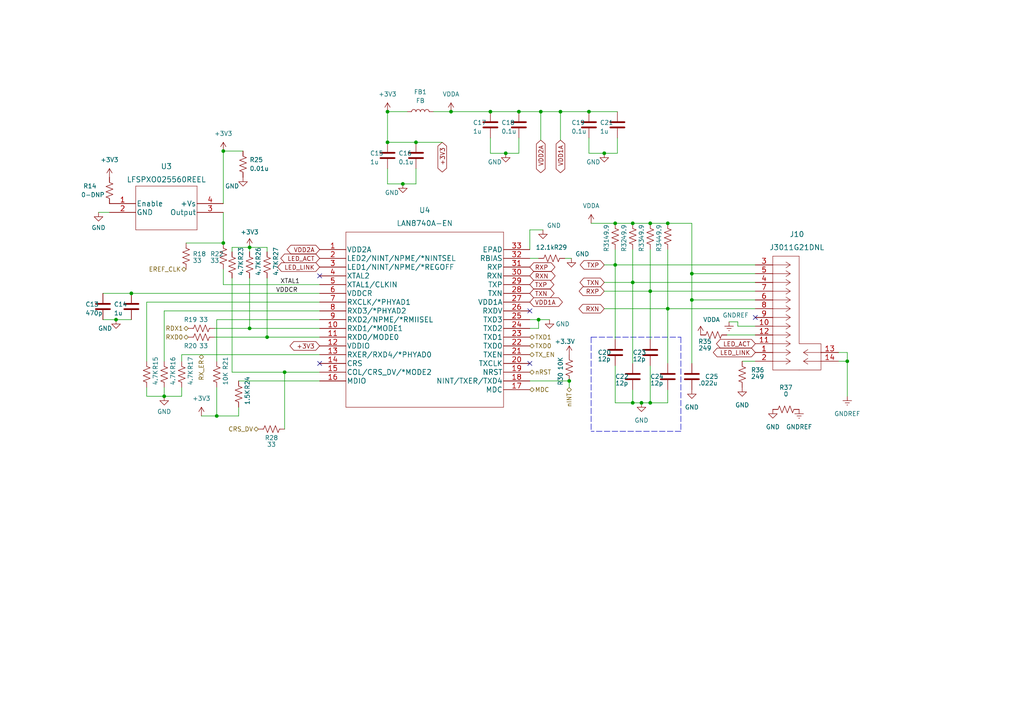
<source format=kicad_sch>
(kicad_sch (version 20211123) (generator eeschema)
  (paper "A4")
  (lib_symbols
    (symbol "2022-09-02_16-00-39:LAN8740A-EN" (pin_names (offset 0.254))
      (property "Reference" "U" (at 50.8 10.16 0))
      (property "Value" "LAN8740A-EN" (at 50.8 7.62 0))
      (symbol "LAN8740A-EN_1_1"
        (polyline (pts (xy 29.21 -45.72) (xy 74.93 -45.72)) (stroke (width 0.127)))
        (polyline (pts (xy 29.21 5.08) (xy 29.21 -45.72)) (stroke (width 0.127)))
        (polyline (pts (xy 74.93 -45.72) (xy 74.93 5.08)) (stroke (width 0.127)))
        (polyline (pts (xy 74.93 5.08) (xy 29.21 5.08)) (stroke (width 0.127)))
        (pin power_in line (at 21.59 0 0) (length 7.62) (name "VDD2A") (number "1"))
        (pin bidirectional line (at 21.59 -22.86 0) (length 7.62) (name "RXD1/*MODE1") (number "10"))
        (pin bidirectional line (at 21.59 -25.4 0) (length 7.62) (name "RXD0/MODE0") (number "11"))
        (pin power_in line (at 21.59 -27.94 0) (length 7.62) (name "VDDIO") (number "12"))
        (pin bidirectional line (at 21.59 -30.48 0) (length 7.62) (name "RXER/RXD4/*PHYAD0") (number "13"))
        (pin bidirectional line (at 21.59 -33.02 0) (length 7.62) (name "CRS") (number "14"))
        (pin bidirectional line (at 21.59 -35.56 0) (length 7.62) (name "COL/CRS_DV/*MODE2") (number "15"))
        (pin bidirectional line (at 21.59 -38.1 0) (length 7.62) (name "MDIO") (number "16"))
        (pin bidirectional line (at 82.55 -40.64 180) (length 7.62) (name "MDC") (number "17"))
        (pin bidirectional line (at 82.55 -38.1 180) (length 7.62) (name "NINT/TXER/TXD4") (number "18"))
        (pin bidirectional line (at 82.55 -35.56 180) (length 7.62) (name "NRST") (number "19"))
        (pin bidirectional line (at 21.59 -2.54 0) (length 7.62) (name "LED2/NINT/NPME/*NINTSEL") (number "2"))
        (pin bidirectional line (at 82.55 -33.02 180) (length 7.62) (name "TXCLK") (number "20"))
        (pin bidirectional line (at 82.55 -30.48 180) (length 7.62) (name "TXEN") (number "21"))
        (pin bidirectional line (at 82.55 -27.94 180) (length 7.62) (name "TXD0") (number "22"))
        (pin bidirectional line (at 82.55 -25.4 180) (length 7.62) (name "TXD1") (number "23"))
        (pin bidirectional line (at 82.55 -22.86 180) (length 7.62) (name "TXD2") (number "24"))
        (pin bidirectional line (at 82.55 -20.32 180) (length 7.62) (name "TXD3") (number "25"))
        (pin bidirectional line (at 82.55 -17.78 180) (length 7.62) (name "RXDV") (number "26"))
        (pin power_in line (at 82.55 -15.24 180) (length 7.62) (name "VDD1A") (number "27"))
        (pin bidirectional line (at 82.55 -12.7 180) (length 7.62) (name "TXN") (number "28"))
        (pin bidirectional line (at 82.55 -10.16 180) (length 7.62) (name "TXP") (number "29"))
        (pin bidirectional line (at 21.59 -5.08 0) (length 7.62) (name "LED1/NINT/NPME/*REGOFF") (number "3"))
        (pin bidirectional line (at 82.55 -7.62 180) (length 7.62) (name "RXN") (number "30"))
        (pin bidirectional line (at 82.55 -5.08 180) (length 7.62) (name "RXP") (number "31"))
        (pin bidirectional line (at 82.55 -2.54 180) (length 7.62) (name "RBIAS") (number "32"))
        (pin unspecified line (at 82.55 0 180) (length 7.62) (name "EPAD") (number "33"))
        (pin bidirectional line (at 21.59 -7.62 0) (length 7.62) (name "XTAL2") (number "4"))
        (pin bidirectional line (at 21.59 -10.16 0) (length 7.62) (name "XTAL1/CLKIN") (number "5"))
        (pin power_in line (at 21.59 -12.7 0) (length 7.62) (name "VDDCR") (number "6"))
        (pin bidirectional line (at 21.59 -15.24 0) (length 7.62) (name "RXCLK/*PHYAD1") (number "7"))
        (pin bidirectional line (at 21.59 -17.78 0) (length 7.62) (name "RXD3/*PHYAD2") (number "8"))
        (pin bidirectional line (at 21.59 -20.32 0) (length 7.62) (name "RXD2/NPME/*RMIISEL") (number "9"))
      )
    )
    (symbol "2022-09-02_16-35-08:LFSPXO025560REEL" (pin_names (offset 0.254))
      (property "Reference" "U" (at 25.4 10.16 0))
      (property "Value" "LFSPXO025560REEL" (at 25.4 7.62 0))
      (symbol "LFSPXO025560REEL_1_1"
        (polyline (pts (xy 15.24 -7.62) (xy 33.02 -7.62)) (stroke (width 0.127)))
        (polyline (pts (xy 15.24 5.08) (xy 15.24 -7.62)) (stroke (width 0.127)))
        (polyline (pts (xy 33.02 -7.62) (xy 33.02 5.08)) (stroke (width 0.127)))
        (polyline (pts (xy 33.02 5.08) (xy 15.24 5.08)) (stroke (width 0.127)))
        (pin input line (at 7.62 0 0) (length 7.62) (name "Enable") (number "1"))
        (pin power_in line (at 7.62 -2.54 0) (length 7.62) (name "GND") (number "2"))
        (pin output line (at 40.64 -2.54 180) (length 7.62) (name "Output") (number "3"))
        (pin power_in line (at 40.64 0 180) (length 7.62) (name "+Vs") (number "4"))
      )
    )
    (symbol "Device:C" (pin_numbers hide) (pin_names (offset 0.254))
      (property "Reference" "C" (at 0.635 2.54 0))
      (property "Value" "C" (at 0.635 -2.54 0))
      (symbol "C_0_1"
        (polyline (pts (xy -2.032 -0.762) (xy 2.032 -0.762)) (stroke (width 0.508)))
        (polyline (pts (xy -2.032 0.762) (xy 2.032 0.762)) (stroke (width 0.508)))
      )
      (symbol "C_1_1"
        (pin passive line (at 0 3.81 270) (length 2.794) (name "~") (number "1"))
        (pin passive line (at 0 -3.81 90) (length 2.794) (name "~") (number "2"))
      )
    )
    (symbol "Device:L" (pin_numbers hide) (pin_names (offset 1.016) hide)
      (property "Reference" "L" (at -1.27 0 90))
      (property "Value" "L" (at 1.905 0 90))
      (symbol "L_0_1"
        (arc (start 0 -2.54) (mid 0.635 -1.905) (end 0 -1.27))
        (arc (start 0 -1.27) (mid 0.635 -0.635) (end 0 0))
        (arc (start 0 0) (mid 0.635 0.635) (end 0 1.27))
        (arc (start 0 1.27) (mid 0.635 1.905) (end 0 2.54))
      )
      (symbol "L_1_1"
        (pin passive line (at 0 3.81 270) (length 1.27) (name "1") (number "1"))
        (pin passive line (at 0 -3.81 90) (length 1.27) (name "2") (number "2"))
      )
    )
    (symbol "Device:R_US" (pin_numbers hide) (pin_names (offset 0))
      (property "Reference" "R" (at 2.54 0 90))
      (property "Value" "R_US" (at -2.54 0 90))
      (symbol "R_US_0_1"
        (polyline (pts (xy 0 -2.286) (xy 0 -2.54)))
        (polyline (pts (xy 0 2.286) (xy 0 2.54)))
        (polyline (pts (xy 0 -0.762) (xy 1.016 -1.143) (xy 0 -1.524) (xy -1.016 -1.905) (xy 0 -2.286)))
        (polyline (pts (xy 0 0.762) (xy 1.016 0.381) (xy 0 0) (xy -1.016 -0.381) (xy 0 -0.762)))
        (polyline (pts (xy 0 2.286) (xy 1.016 1.905) (xy 0 1.524) (xy -1.016 1.143) (xy 0 0.762)))
      )
      (symbol "R_US_1_1"
        (pin passive line (at 0 3.81 270) (length 1.27) (name "~") (number "1"))
        (pin passive line (at 0 -3.81 90) (length 1.27) (name "~") (number "2"))
      )
    )
    (symbol "J3011G21DNL_1" (pin_names (offset 0.254) hide)
      (property "Reference" "J" (at 8.89 6.35 0))
      (property "Value" "J3011G21DNL_1" (at 27.94 16.51 0))
      (symbol "J3011G21DNL_1_1_1"
        (polyline (pts (xy 5.08 2.54) (xy 5.08 -30.48)) (stroke (width 0.127)))
        (polyline (pts (xy 10.16 -27.94) (xy 5.08 -27.94)) (stroke (width 0.127)))
        (polyline (pts (xy 10.16 -27.94) (xy 8.89 -28.7782)) (stroke (width 0.127)))
        (polyline (pts (xy 10.16 -27.94) (xy 8.89 -27.1018)) (stroke (width 0.127)))
        (polyline (pts (xy 10.16 -25.4) (xy 5.08 -25.4)) (stroke (width 0.127)))
        (polyline (pts (xy 10.16 -25.4) (xy 8.89 -26.2382)) (stroke (width 0.127)))
        (polyline (pts (xy 10.16 -25.4) (xy 8.89 -24.5618)) (stroke (width 0.127)))
        (polyline (pts (xy 10.16 -22.86) (xy 5.08 -22.86)) (stroke (width 0.127)))
        (polyline (pts (xy 10.16 -22.86) (xy 8.89 -23.6982)) (stroke (width 0.127)))
        (polyline (pts (xy 10.16 -22.86) (xy 8.89 -22.0218)) (stroke (width 0.127)))
        (polyline (pts (xy 10.16 -20.32) (xy 5.08 -20.32)) (stroke (width 0.127)))
        (polyline (pts (xy 10.16 -20.32) (xy 8.89 -21.1582)) (stroke (width 0.127)))
        (polyline (pts (xy 10.16 -20.32) (xy 8.89 -19.4818)) (stroke (width 0.127)))
        (polyline (pts (xy 10.16 -17.78) (xy 5.08 -17.78)) (stroke (width 0.127)))
        (polyline (pts (xy 10.16 -17.78) (xy 8.89 -18.6182)) (stroke (width 0.127)))
        (polyline (pts (xy 10.16 -17.78) (xy 8.89 -16.9418)) (stroke (width 0.127)))
        (polyline (pts (xy 10.16 -15.24) (xy 5.08 -15.24)) (stroke (width 0.127)))
        (polyline (pts (xy 10.16 -15.24) (xy 8.89 -16.0782)) (stroke (width 0.127)))
        (polyline (pts (xy 10.16 -15.24) (xy 8.89 -14.4018)) (stroke (width 0.127)))
        (polyline (pts (xy 10.16 -12.7) (xy 5.08 -12.7)) (stroke (width 0.127)))
        (polyline (pts (xy 10.16 -12.7) (xy 8.89 -13.5382)) (stroke (width 0.127)))
        (polyline (pts (xy 10.16 -12.7) (xy 8.89 -11.8618)) (stroke (width 0.127)))
        (polyline (pts (xy 10.16 -10.16) (xy 5.08 -10.16)) (stroke (width 0.127)))
        (polyline (pts (xy 10.16 -10.16) (xy 8.89 -10.9982)) (stroke (width 0.127)))
        (polyline (pts (xy 10.16 -10.16) (xy 8.89 -9.3218)) (stroke (width 0.127)))
        (polyline (pts (xy 10.16 -7.62) (xy 5.08 -7.62)) (stroke (width 0.127)))
        (polyline (pts (xy 10.16 -7.62) (xy 8.89 -8.4582)) (stroke (width 0.127)))
        (polyline (pts (xy 10.16 -7.62) (xy 8.89 -6.7818)) (stroke (width 0.127)))
        (polyline (pts (xy 10.16 -5.08) (xy 5.08 -5.08)) (stroke (width 0.127)))
        (polyline (pts (xy 10.16 -5.08) (xy 8.89 -5.9182)) (stroke (width 0.127)))
        (polyline (pts (xy 10.16 -5.08) (xy 8.89 -4.2418)) (stroke (width 0.127)))
        (polyline (pts (xy 10.16 -2.54) (xy 5.08 -2.54)) (stroke (width 0.127)))
        (polyline (pts (xy 10.16 -2.54) (xy 8.89 -3.3782)) (stroke (width 0.127)))
        (polyline (pts (xy 10.16 -2.54) (xy 8.89 -1.7018)) (stroke (width 0.127)))
        (polyline (pts (xy 10.16 0) (xy 5.08 0)) (stroke (width 0.127)))
        (polyline (pts (xy 10.16 0) (xy 8.89 -0.8382)) (stroke (width 0.127)))
        (polyline (pts (xy 10.16 0) (xy 8.89 0.8382)) (stroke (width 0.127)))
        (polyline (pts (xy 12.7 -30.48) (xy 5.08 -30.48)) (stroke (width 0.127)))
        (polyline (pts (xy 12.7 2.54) (xy 5.08 2.54)) (stroke (width 0.127)))
        (polyline (pts (xy 13.97 -27.94) (xy 15.24 -28.7782)) (stroke (width 0.127)))
        (polyline (pts (xy 13.97 -27.94) (xy 15.24 -27.1018)) (stroke (width 0.127)))
        (polyline (pts (xy 13.97 -27.94) (xy 19.05 -27.94)) (stroke (width 0.127)))
        (polyline (pts (xy 13.97 -25.4) (xy 15.24 -26.2382)) (stroke (width 0.127)))
        (polyline (pts (xy 13.97 -25.4) (xy 15.24 -24.5618)) (stroke (width 0.127)))
        (polyline (pts (xy 13.97 -25.4) (xy 19.05 -25.4)) (stroke (width 0.127)))
        (polyline (pts (xy 12.7 -30.48) (xy 19.05 -30.48) (xy 19.05 -22.86) (xy 12.7 -22.86) (xy 12.7 2.54)) (stroke (width 0.127)))
        (pin unspecified line (at 0 -25.4 0) (length 5.08) (name "1") (number "1"))
        (pin unspecified line (at 0 -17.78 0) (length 5.08) (name "10") (number "10"))
        (pin unspecified line (at 0 -22.86 0) (length 5.08) (name "11") (number "11"))
        (pin unspecified line (at 0 -20.32 0) (length 5.08) (name "12") (number "12"))
        (pin unspecified line (at 24.13 -25.4 180) (length 5.08) (name "13") (number "13"))
        (pin unspecified line (at 24.13 -27.94 180) (length 5.08) (name "14") (number "14"))
        (pin unspecified line (at 0 -27.94 0) (length 5.08) (name "2") (number "2"))
        (pin unspecified line (at 0 0 0) (length 5.08) (name "3") (number "3"))
        (pin unspecified line (at 0 -5.08 0) (length 5.08) (name "4") (number "4"))
        (pin unspecified line (at 0 -2.54 0) (length 5.08) (name "5") (number "5"))
        (pin unspecified line (at 0 -10.16 0) (length 5.08) (name "6") (number "6"))
        (pin unspecified line (at 0 -7.62 0) (length 5.08) (name "7") (number "7"))
        (pin unspecified line (at 0 -12.7 0) (length 5.08) (name "8") (number "8"))
        (pin unspecified line (at 0 -15.24 0) (length 5.08) (name "9") (number "9"))
      )
    )
    (symbol "power:+3.3V" (power) (pin_names (offset 0))
      (property "Value" "+3.3V" (at 0 3.556 0))
      (symbol "+3.3V_0_1"
        (polyline (pts (xy -0.762 1.27) (xy 0 2.54)))
        (polyline (pts (xy 0 0) (xy 0 2.54)))
        (polyline (pts (xy 0 2.54) (xy 0.762 1.27)))
      )
      (symbol "+3.3V_1_1"
        (pin power_in line (at 0 0 90) (length 0) hide (name "+3.3V") (number "1"))
      )
    )
    (symbol "power:+3V3" (power) (pin_names (offset 0))
      (property "Value" "+3V3" (at 0 3.556 0))
      (symbol "+3V3_0_1"
        (polyline (pts (xy -0.762 1.27) (xy 0 2.54)))
        (polyline (pts (xy 0 0) (xy 0 2.54)))
        (polyline (pts (xy 0 2.54) (xy 0.762 1.27)))
      )
      (symbol "+3V3_1_1"
        (pin power_in line (at 0 0 90) (length 0) hide (name "+3V3") (number "1"))
      )
    )
    (symbol "power:GND" (power) (pin_names (offset 0))
      (property "Value" "GND" (at 0 -3.81 0))
      (symbol "GND_0_1"
        (polyline (pts (xy 0 0) (xy 0 -1.27) (xy 1.27 -1.27) (xy 0 -2.54) (xy -1.27 -1.27) (xy 0 -1.27)))
      )
      (symbol "GND_1_1"
        (pin power_in line (at 0 0 270) (length 0) hide (name "GND") (number "1"))
      )
    )
    (symbol "power:GNDREF" (power) (pin_names (offset 0))
      (property "Value" "GNDREF" (at 0 -3.81 0))
      (symbol "GNDREF_0_1"
        (polyline (pts (xy -0.635 -1.905) (xy 0.635 -1.905)))
        (polyline (pts (xy -0.127 -2.54) (xy 0.127 -2.54)))
        (polyline (pts (xy 0 -1.27) (xy 0 0)))
        (polyline (pts (xy 1.27 -1.27) (xy -1.27 -1.27)))
      )
      (symbol "GNDREF_1_1"
        (pin power_in line (at 0 0 270) (length 0) hide (name "GNDREF") (number "1"))
      )
    )
    (symbol "power:VDDA" (power) (pin_names (offset 0))
      (property "Value" "VDDA" (at 0 3.81 0))
      (symbol "VDDA_0_1"
        (polyline (pts (xy -0.762 1.27) (xy 0 2.54)))
        (polyline (pts (xy 0 0) (xy 0 2.54)))
        (polyline (pts (xy 0 2.54) (xy 0.762 1.27)))
      )
      (symbol "VDDA_1_1"
        (pin power_in line (at 0 0 90) (length 0) hide (name "VDDA") (number "1"))
      )
    )
  )
  (junction (at 112.395 41.275))
  (junction (at 175.26 44.45))
  (junction (at 62.865 120.65))
  (junction (at 72.39 95.25))
  (junction (at 178.435 64.77))
  (junction (at 142.24 32.385))
  (junction (at 64.77 70.485))
  (junction (at 188.595 116.84))
  (junction (at 82.55 107.95))
  (junction (at 64.77 43.815))
  (junction (at 112.395 32.385))
  (junction (at 183.515 116.84))
  (junction (at 146.685 44.45))
  (junction (at 116.84 53.34))
  (junction (at 178.435 76.835))
  (junction (at 162.56 32.385))
  (junction (at 130.81 32.385))
  (junction (at 170.815 32.385))
  (junction (at 72.39 71.755))
  (junction (at 156.21 92.71))
  (junction (at 47.625 114.935))
  (junction (at 156.845 32.385))
  (junction (at 183.515 64.77))
  (junction (at 183.515 81.915))
  (junction (at 193.675 89.535))
  (junction (at 165.1 110.49))
  (junction (at 38.1 85.09))
  (junction (at 188.595 64.77))
  (junction (at 33.655 92.71))
  (junction (at 120.65 41.275))
  (junction (at 186.055 116.84))
  (junction (at 188.595 84.455))
  (junction (at 193.675 64.77))
  (junction (at 200.66 86.995))
  (junction (at 200.66 79.375))
  (junction (at 150.495 32.385))
  (junction (at 77.47 97.79))
  (junction (at 245.745 104.775))
  (no_connect (at 153.67 90.17))
  (no_connect (at 153.67 105.41))
  (no_connect (at 92.71 105.41))
  (no_connect (at 219.075 92.075))
  (no_connect (at 92.71 80.01))
  (wire (pts (xy 112.395 32.385) (xy 118.11 32.385)))
  (wire (pts (xy 193.675 72.39) (xy 193.675 89.535)))
  (wire (pts (xy 42.545 112.395) (xy 42.545 114.935)))
  (wire (pts (xy 112.395 48.895) (xy 112.395 53.34)))
  (wire (pts (xy 163.83 74.93) (xy 165.735 74.93)))
  (wire (pts (xy 72.39 95.25) (xy 92.71 95.25)))
  (wire (pts (xy 175.26 89.535) (xy 193.675 89.535)))
  (wire (pts (xy 82.55 107.95) (xy 92.71 107.95)))
  (wire (pts (xy 52.705 114.935) (xy 47.625 114.935)))
  (polyline (pts (xy 171.45 97.79) (xy 197.485 97.79)))
  (wire (pts (xy 178.435 64.77) (xy 183.515 64.77)))
  (wire (pts (xy 69.215 110.49) (xy 92.71 110.49)))
  (wire (pts (xy 170.815 44.45) (xy 175.26 44.45)))
  (wire (pts (xy 142.24 32.385) (xy 150.495 32.385)))
  (wire (pts (xy 52.705 112.395) (xy 52.705 114.935)))
  (wire (pts (xy 116.84 53.34) (xy 120.65 53.34)))
  (wire (pts (xy 193.675 89.535) (xy 193.675 105.41)))
  (wire (pts (xy 175.26 76.835) (xy 178.435 76.835)))
  (wire (pts (xy 62.23 95.25) (xy 72.39 95.25)))
  (wire (pts (xy 153.67 74.93) (xy 156.21 74.93)))
  (wire (pts (xy 156.21 92.71) (xy 159.385 92.71)))
  (wire (pts (xy 200.66 86.995) (xy 219.075 86.995)))
  (wire (pts (xy 170.815 32.385) (xy 179.07 32.385)))
  (wire (pts (xy 213.995 94.615) (xy 219.075 94.615)))
  (wire (pts (xy 33.655 92.71) (xy 38.1 92.71)))
  (wire (pts (xy 72.39 71.755) (xy 72.39 73.025)))
  (wire (pts (xy 153.67 95.25) (xy 156.21 95.25)))
  (wire (pts (xy 150.495 32.385) (xy 156.845 32.385)))
  (wire (pts (xy 142.24 44.45) (xy 146.685 44.45)))
  (wire (pts (xy 183.515 64.77) (xy 188.595 64.77)))
  (wire (pts (xy 69.215 120.65) (xy 69.215 118.11)))
  (wire (pts (xy 130.81 32.385) (xy 142.24 32.385)))
  (wire (pts (xy 200.66 86.995) (xy 200.66 79.375)))
  (wire (pts (xy 64.77 43.815) (xy 70.485 43.815)))
  (wire (pts (xy 188.595 64.77) (xy 193.675 64.77)))
  (wire (pts (xy 64.77 61.595) (xy 64.77 70.485)))
  (wire (pts (xy 29.845 92.71) (xy 33.655 92.71)))
  (wire (pts (xy 193.675 89.535) (xy 219.075 89.535)))
  (wire (pts (xy 183.515 81.915) (xy 183.515 105.41)))
  (wire (pts (xy 200.66 79.375) (xy 219.075 79.375)))
  (wire (pts (xy 156.845 32.385) (xy 156.845 40.64)))
  (polyline (pts (xy 197.485 125.095) (xy 171.45 125.095)))
  (wire (pts (xy 165.1 110.49) (xy 165.1 112.395)))
  (wire (pts (xy 183.515 81.915) (xy 219.075 81.915)))
  (wire (pts (xy 243.205 102.235) (xy 245.745 102.235)))
  (wire (pts (xy 245.745 102.235) (xy 245.745 104.775)))
  (wire (pts (xy 92.71 90.17) (xy 47.625 90.17)))
  (wire (pts (xy 183.515 116.84) (xy 186.055 116.84)))
  (wire (pts (xy 245.745 104.775) (xy 245.745 114.935)))
  (wire (pts (xy 146.685 44.45) (xy 150.495 44.45)))
  (wire (pts (xy 178.435 76.835) (xy 178.435 98.425)))
  (wire (pts (xy 77.47 71.755) (xy 77.47 73.025)))
  (wire (pts (xy 171.45 64.77) (xy 178.435 64.77)))
  (wire (pts (xy 153.67 66.675) (xy 157.48 66.675)))
  (wire (pts (xy 120.65 53.34) (xy 120.65 48.895)))
  (wire (pts (xy 153.67 92.71) (xy 156.21 92.71)))
  (wire (pts (xy 77.47 80.645) (xy 77.47 97.79)))
  (wire (pts (xy 62.865 120.65) (xy 69.215 120.65)))
  (wire (pts (xy 188.595 116.84) (xy 186.055 116.84)))
  (wire (pts (xy 112.395 41.275) (xy 120.65 41.275)))
  (wire (pts (xy 153.67 72.39) (xy 153.67 66.675)))
  (wire (pts (xy 67.31 71.755) (xy 67.31 73.025)))
  (wire (pts (xy 72.39 80.645) (xy 72.39 95.25)))
  (wire (pts (xy 215.265 104.775) (xy 219.075 104.775)))
  (polyline (pts (xy 171.45 97.79) (xy 171.45 125.095)))
  (wire (pts (xy 200.66 79.375) (xy 200.66 64.77)))
  (wire (pts (xy 243.205 104.775) (xy 245.745 104.775)))
  (wire (pts (xy 64.77 78.105) (xy 64.77 82.55)))
  (wire (pts (xy 162.56 32.385) (xy 162.56 40.64)))
  (wire (pts (xy 47.625 90.17) (xy 47.625 104.775)))
  (wire (pts (xy 77.47 97.79) (xy 92.71 97.79)))
  (wire (pts (xy 62.23 97.79) (xy 77.47 97.79)))
  (wire (pts (xy 211.455 93.345) (xy 213.995 93.345)))
  (wire (pts (xy 52.705 102.87) (xy 52.705 104.775)))
  (wire (pts (xy 28.575 61.595) (xy 31.75 61.595)))
  (wire (pts (xy 38.1 85.09) (xy 92.71 85.09)))
  (wire (pts (xy 53.975 70.485) (xy 64.77 70.485)))
  (wire (pts (xy 150.495 44.45) (xy 150.495 40.005)))
  (polyline (pts (xy 197.485 97.79) (xy 197.485 125.095)))
  (wire (pts (xy 178.435 72.39) (xy 178.435 76.835)))
  (wire (pts (xy 178.435 116.84) (xy 183.515 116.84)))
  (wire (pts (xy 72.39 71.755) (xy 67.31 71.755)))
  (wire (pts (xy 42.545 114.935) (xy 47.625 114.935)))
  (wire (pts (xy 200.66 64.77) (xy 193.675 64.77)))
  (wire (pts (xy 120.65 41.275) (xy 128.27 41.275)))
  (wire (pts (xy 188.595 106.045) (xy 188.595 116.84)))
  (wire (pts (xy 193.675 116.84) (xy 188.595 116.84)))
  (wire (pts (xy 92.71 102.87) (xy 52.705 102.87)))
  (wire (pts (xy 62.865 104.775) (xy 62.865 92.71)))
  (wire (pts (xy 188.595 72.39) (xy 188.595 84.455)))
  (wire (pts (xy 42.545 87.63) (xy 42.545 104.775)))
  (wire (pts (xy 62.865 112.395) (xy 62.865 120.65)))
  (wire (pts (xy 188.595 84.455) (xy 188.595 98.425)))
  (wire (pts (xy 153.67 110.49) (xy 165.1 110.49)))
  (wire (pts (xy 162.56 32.385) (xy 170.815 32.385)))
  (wire (pts (xy 62.865 92.71) (xy 92.71 92.71)))
  (wire (pts (xy 178.435 106.045) (xy 178.435 116.84)))
  (wire (pts (xy 156.845 32.385) (xy 162.56 32.385)))
  (wire (pts (xy 183.515 113.03) (xy 183.515 116.84)))
  (wire (pts (xy 72.39 71.755) (xy 77.47 71.755)))
  (wire (pts (xy 193.675 113.03) (xy 193.675 116.84)))
  (wire (pts (xy 213.995 93.345) (xy 213.995 94.615)))
  (wire (pts (xy 175.26 84.455) (xy 188.595 84.455)))
  (wire (pts (xy 175.26 44.45) (xy 179.07 44.45)))
  (wire (pts (xy 142.24 40.005) (xy 142.24 44.45)))
  (wire (pts (xy 67.31 107.95) (xy 82.55 107.95)))
  (wire (pts (xy 112.395 32.385) (xy 112.395 41.275)))
  (wire (pts (xy 200.66 105.41) (xy 200.66 86.995)))
  (wire (pts (xy 188.595 84.455) (xy 219.075 84.455)))
  (wire (pts (xy 67.31 80.645) (xy 67.31 107.95)))
  (wire (pts (xy 64.77 43.815) (xy 64.77 59.055)))
  (wire (pts (xy 112.395 53.34) (xy 116.84 53.34)))
  (wire (pts (xy 210.82 97.155) (xy 219.075 97.155)))
  (wire (pts (xy 125.73 32.385) (xy 130.81 32.385)))
  (wire (pts (xy 170.815 40.005) (xy 170.815 44.45)))
  (wire (pts (xy 92.71 87.63) (xy 42.545 87.63)))
  (wire (pts (xy 156.21 95.25) (xy 156.21 92.71)))
  (wire (pts (xy 82.55 107.95) (xy 82.55 124.46)))
  (wire (pts (xy 179.07 44.45) (xy 179.07 40.005)))
  (wire (pts (xy 175.26 81.915) (xy 183.515 81.915)))
  (wire (pts (xy 29.845 85.09) (xy 38.1 85.09)))
  (wire (pts (xy 58.42 120.65) (xy 62.865 120.65)))
  (wire (pts (xy 178.435 76.835) (xy 219.075 76.835)))
  (wire (pts (xy 64.77 82.55) (xy 92.71 82.55)))
  (wire (pts (xy 47.625 112.395) (xy 47.625 114.935)))
  (wire (pts (xy 183.515 72.39) (xy 183.515 81.915)))
  (label "VDDCR" (at 80.01 85.09 0))
  (label "XTAL1" (at 81.28 82.55 0))
  (global_label "TXN" (shape bidirectional) (at 153.67 85.09 0) (property "Intersheet References" "${INTERSHEET_REFS}" (effects hide)))
  (global_label "LED_ACT" (shape bidirectional) (at 219.075 99.695 180) (property "Intersheet References" "${INTERSHEET_REFS}" (effects hide)))
  (global_label "VDD1A" (shape bidirectional) (at 162.56 40.64 270) (property "Intersheet References" "${INTERSHEET_REFS}" (effects hide)))
  (global_label "RXN" (shape bidirectional) (at 153.67 80.01 0) (property "Intersheet References" "${INTERSHEET_REFS}" (effects hide)))
  (global_label "VDD2A" (shape bidirectional) (at 92.71 72.39 180) (property "Intersheet References" "${INTERSHEET_REFS}" (effects hide)))
  (global_label "TXN" (shape bidirectional) (at 175.26 81.915 180) (property "Intersheet References" "${INTERSHEET_REFS}" (effects hide)))
  (global_label "LED_ACT" (shape bidirectional) (at 92.71 74.93 180) (property "Intersheet References" "${INTERSHEET_REFS}" (effects hide)))
  (global_label "TXP" (shape bidirectional) (at 175.26 76.835 180) (property "Intersheet References" "${INTERSHEET_REFS}" (effects hide)))
  (global_label "TXP" (shape bidirectional) (at 153.67 82.55 0) (property "Intersheet References" "${INTERSHEET_REFS}" (effects hide)))
  (global_label "LED_LINK" (shape bidirectional) (at 92.71 77.47 180) (property "Intersheet References" "${INTERSHEET_REFS}" (effects hide)))
  (global_label "RXP" (shape bidirectional) (at 153.67 77.47 0) (property "Intersheet References" "${INTERSHEET_REFS}" (effects hide)))
  (global_label "+3V3" (shape bidirectional) (at 128.27 41.275 270) (property "Intersheet References" "${INTERSHEET_REFS}" (effects hide)))
  (global_label "VDD2A" (shape bidirectional) (at 156.845 40.64 270) (property "Intersheet References" "${INTERSHEET_REFS}" (effects hide)))
  (global_label "+3V3" (shape bidirectional) (at 92.71 100.33 180) (property "Intersheet References" "${INTERSHEET_REFS}" (effects hide)))
  (global_label "VDD1A" (shape bidirectional) (at 153.67 87.63 0) (property "Intersheet References" "${INTERSHEET_REFS}" (effects hide)))
  (global_label "RXP" (shape bidirectional) (at 175.26 84.455 180) (property "Intersheet References" "${INTERSHEET_REFS}" (effects hide)))
  (global_label "LED_LINK" (shape bidirectional) (at 219.075 102.235 180) (property "Intersheet References" "${INTERSHEET_REFS}" (effects hide)))
  (global_label "RXN" (shape bidirectional) (at 175.26 89.535 180) (property "Intersheet References" "${INTERSHEET_REFS}" (effects hide)))
  (hierarchical_label "nRST" (shape bidirectional) (at 153.67 107.95 0))
  (hierarchical_label "RXD0" (shape bidirectional) (at 54.61 97.79 180))
  (hierarchical_label "TXD0" (shape bidirectional) (at 153.67 100.33 0))
  (hierarchical_label "nINT" (shape bidirectional) (at 165.1 112.395 270))
  (hierarchical_label "EREF_CLK" (shape bidirectional) (at 53.975 78.105 180))
  (hierarchical_label "RX_ER" (shape bidirectional) (at 58.42 102.87 270))
  (hierarchical_label "TX_EN" (shape bidirectional) (at 153.67 102.87 0))
  (hierarchical_label "CRS_DV" (shape bidirectional) (at 74.93 124.46 180))
  (hierarchical_label "RDX1" (shape bidirectional) (at 54.61 95.25 180))
  (hierarchical_label "TXD1" (shape bidirectional) (at 153.67 97.79 0))
  (hierarchical_label "MDC" (shape bidirectional) (at 153.67 113.03 0))
  (symbol (lib_id "2022-09-02_16-00-39:LAN8740A-EN") (at 71.12 72.39 0) (unit 1)
    (property "Reference" "U4" (at 123.19 60.96 0) (effects (font (size 1.524 1.524))))
    (property "Value" "LAN8740A-EN" (at 123.19 64.77 0) (effects (font (size 1.524 1.524))))
    (property "Footprint" "ul_LAN8740A-EN:LAN8740A-EN" (effects hide))
  )
  (symbol (lib_id "power:+3V3") (at 112.395 32.385 0) (unit 1)
    (property "Reference" "#PWR0154" (effects hide))
    (property "Value" "+3V3" (at 112.395 27.305 0))
  )
  (symbol (lib_id "power:GND") (at 157.48 66.675 0) (unit 1)
    (property "Reference" "#PWR0159" (effects hide))
    (property "Value" "GND" (at 160.655 65.405 0))
  )
  (symbol (lib_id "Device:R_US") (at 58.42 97.79 270) (unit 1)
    (property "Reference" "R20" (at 55.245 100.33 90))
    (property "Value" "33" (at 59.055 100.33 90))
    (property "Footprint" "Lambley:0603-1608M" (effects hide))
  )
  (symbol (lib_id "power:+3.3V") (at 165.1 102.87 0) (unit 1)
    (property "Reference" "#PWR0158" (effects hide))
    (property "Value" "+3.3V" (at 163.83 99.06 0))
  )
  (symbol (lib_id "power:GND") (at 28.575 61.595 0) (unit 1)
    (property "Reference" "#PWR0167" (effects hide))
    (property "Value" "GND" (at 28.575 66.04 0))
  )
  (symbol (lib_id "Device:C") (at 183.515 109.22 0) (unit 1)
    (property "Reference" "C22" (at 178.435 109.22 0) (effects (justify left)))
    (property "Value" "12p" (at 178.435 111.125 0) (effects (justify left)))
    (property "Footprint" "Lambley:0603-1608M" (effects hide))
  )
  (symbol (lib_id "Device:R_US") (at 58.42 95.25 270) (unit 1)
    (property "Reference" "R19" (at 55.245 92.71 90))
    (property "Value" "33" (at 59.055 92.71 90))
    (property "Footprint" "Lambley:0603-1608M" (effects hide))
  )
  (symbol (lib_id "Device:R_US") (at 207.01 97.155 90) (unit 1)
    (property "Reference" "R35" (at 204.47 99.06 90))
    (property "Value" "249" (at 204.47 100.965 90))
    (property "Footprint" "Lambley:0603-1608M" (effects hide))
  )
  (symbol (lib_id "Device:L") (at 121.92 32.385 90) (unit 1)
    (property "Reference" "FB1" (at 121.92 26.67 90))
    (property "Value" "FB" (at 121.92 29.21 90))
    (property "Footprint" "Lambley:0805" (effects hide))
  )
  (symbol (lib_id "power:GND") (at 116.84 53.34 0) (unit 1)
    (property "Reference" "#PWR0164" (effects hide))
    (property "Value" "GND" (at 113.665 55.88 0))
  )
  (symbol (lib_id "Device:R_US") (at 70.485 47.625 180) (unit 1)
    (property "Reference" "R25" (at 72.39 46.3549 0) (effects (justify right)))
    (property "Value" "0.01u" (at 72.39 48.8949 0) (effects (justify right)))
    (property "Footprint" "Lambley:0603-1608M" (effects hide))
  )
  (symbol (lib_id "power:GND") (at 165.735 74.93 0) (unit 1)
    (property "Reference" "#PWR0160" (effects hide))
    (property "Value" "GND" (at 168.91 73.66 0))
  )
  (symbol (lib_id "Device:R_US") (at 178.435 68.58 180) (unit 1)
    (property "Reference" "R31" (at 175.895 71.12 90))
    (property "Value" "49.9" (at 175.895 67.31 90))
    (property "Footprint" "Lambley:0603-1608M" (effects hide))
  )
  (symbol (lib_id "Device:R_US") (at 47.625 108.585 180) (unit 1)
    (property "Reference" "R16" (at 50.165 107.315 90) (effects (justify right)))
    (property "Value" "4.7K" (at 50.165 111.76 90) (effects (justify right)))
    (property "Footprint" "Lambley:0603-1608M" (effects hide))
  )
  (symbol (lib_id "Device:C") (at 193.675 109.22 0) (unit 1)
    (property "Reference" "C24" (at 188.595 109.22 0) (effects (justify left)))
    (property "Value" "12p" (at 188.595 111.125 0) (effects (justify left)))
    (property "Footprint" "Lambley:0603-1608M" (effects hide))
  )
  (symbol (lib_id "power:+3V3") (at 72.39 71.755 0) (unit 1)
    (property "Reference" "#PWR0140" (effects hide))
    (property "Value" "+3V3" (at 72.39 67.31 0))
  )
  (symbol (lib_id "Device:R_US") (at 42.545 108.585 180) (unit 1)
    (property "Reference" "R15" (at 45.085 107.315 90) (effects (justify right)))
    (property "Value" "4.7K" (at 45.085 111.76 90) (effects (justify right)))
    (property "Footprint" "Lambley:0603-1608M" (effects hide))
  )
  (symbol (lib_id "Device:R_US") (at 64.77 74.295 180) (unit 1)
    (property "Reference" "R22" (at 60.96 73.66 0) (effects (justify right)))
    (property "Value" "33" (at 60.96 75.5649 0) (effects (justify right)))
    (property "Footprint" "Lambley:0603-1608M" (effects hide))
  )
  (symbol (lib_id "Device:R_US") (at 160.02 74.93 270) (unit 1)
    (property "Reference" "R29" (at 162.56 71.755 90))
    (property "Value" "12.1k" (at 158.115 71.755 90))
    (property "Footprint" "Lambley:0603-1608M" (effects hide))
  )
  (symbol (lib_id "Device:R_US") (at 67.31 76.835 180) (unit 1)
    (property "Reference" "R23" (at 69.85 75.565 90) (effects (justify right)))
    (property "Value" "4.7K" (at 69.85 80.01 90) (effects (justify right)))
    (property "Footprint" "Lambley:0603-1608M" (effects hide))
  )
  (symbol (lib_id "Device:C") (at 112.395 45.085 0) (unit 1)
    (property "Reference" "C15" (at 107.315 44.45 0) (effects (justify left)))
    (property "Value" "1u" (at 107.315 46.99 0) (effects (justify left)))
    (property "Footprint" "Lambley:0603-1608M" (effects hide))
  )
  (symbol (lib_id "Device:R_US") (at 62.865 108.585 180) (unit 1)
    (property "Reference" "R21" (at 65.405 107.315 90) (effects (justify right)))
    (property "Value" "10K" (at 65.405 111.76 90) (effects (justify right)))
    (property "Footprint" "Lambley:0603-1608M" (effects hide))
  )
  (symbol (lib_id "Device:C") (at 200.66 109.22 0) (unit 1)
    (property "Reference" "C25" (at 204.47 109.22 0) (effects (justify left)))
    (property "Value" ".022u" (at 202.565 111.125 0) (effects (justify left)))
    (property "Footprint" "Lambley:0603-1608M" (effects hide))
  )
  (symbol (lib_id "Device:R_US") (at 165.1 106.68 0) (unit 1)
    (property "Reference" "R30" (at 162.56 107.95 90) (effects (justify right)))
    (property "Value" "10K" (at 162.56 103.505 90) (effects (justify right)))
    (property "Footprint" "Lambley:0603-1608M" (effects hide))
  )
  (symbol (lib_id "Device:C") (at 142.24 36.195 0) (unit 1)
    (property "Reference" "C17" (at 137.16 35.56 0) (effects (justify left)))
    (property "Value" "1u" (at 137.16 38.1 0) (effects (justify left)))
    (property "Footprint" "Lambley:0603-1608M" (effects hide))
  )
  (symbol (lib_id "power:+3V3") (at 58.42 120.65 0) (unit 1)
    (property "Reference" "#PWR0166" (effects hide))
    (property "Value" "+3V3" (at 58.42 115.57 0))
  )
  (symbol (lib_id "power:GND") (at 146.685 44.45 0) (unit 1)
    (property "Reference" "#PWR0165" (effects hide))
    (property "Value" "GND" (at 143.51 46.99 0))
  )
  (symbol (lib_id "Device:C") (at 150.495 36.195 0) (unit 1)
    (property "Reference" "C18" (at 145.415 35.56 0) (effects (justify left)))
    (property "Value" "0.1u" (at 145.415 38.1 0) (effects (justify left)))
    (property "Footprint" "Lambley:0603-1608M" (effects hide))
  )
  (symbol (lib_id "Device:C") (at 188.595 102.235 0) (unit 1)
    (property "Reference" "C23" (at 183.515 102.235 0) (effects (justify left)))
    (property "Value" "12p" (at 183.515 104.14 0) (effects (justify left)))
    (property "Footprint" "Lambley:0603-1608M" (effects hide))
  )
  (symbol (lib_id "Device:R_US") (at 72.39 76.835 180) (unit 1)
    (property "Reference" "R26" (at 74.93 75.565 90) (effects (justify right)))
    (property "Value" "4.7K" (at 74.93 80.01 90) (effects (justify right)))
    (property "Footprint" "Lambley:0603-1608M" (effects hide))
  )
  (symbol (lib_id "power:+3V3") (at 31.75 51.435 0) (unit 1)
    (property "Reference" "#PWR0163" (effects hide))
    (property "Value" "+3V3" (at 31.75 46.355 0))
  )
  (symbol (lib_id "power:GND") (at 186.055 116.84 0) (unit 1)
    (property "Reference" "#PWR0156" (effects hide))
    (property "Value" "GND" (at 186.055 121.92 0))
  )
  (symbol (lib_id "Device:R_US") (at 53.975 74.295 180) (unit 1)
    (property "Reference" "R18" (at 55.88 73.66 0) (effects (justify right)))
    (property "Value" "33" (at 55.88 75.5651 0) (effects (justify right)))
    (property "Footprint" "Lambley:0603-1608M" (effects hide))
  )
  (symbol (lib_id "Device:R_US") (at 193.675 68.58 180) (unit 1)
    (property "Reference" "R34" (at 191.135 71.12 90))
    (property "Value" "49.9" (at 191.135 67.31 90))
    (property "Footprint" "Lambley:0603-1608M" (effects hide))
  )
  (symbol (lib_id "power:GND") (at 33.655 92.71 0) (unit 1)
    (property "Reference" "#PWR0168" (effects hide))
    (property "Value" "GND" (at 30.48 95.25 0))
  )
  (symbol (lib_id "power:GNDREF") (at 245.745 114.935 0) (unit 1)
    (property "Reference" "#PWR0149" (effects hide))
    (property "Value" "GNDREF" (at 245.745 120.015 0))
  )
  (symbol (lib_id "Device:R_US") (at 188.595 68.58 180) (unit 1)
    (property "Reference" "R33" (at 186.055 71.12 90))
    (property "Value" "49.9" (at 186.055 67.31 90))
    (property "Footprint" "Lambley:0603-1608M" (effects hide))
  )
  (symbol (lib_id "Device:C") (at 170.815 36.195 0) (unit 1)
    (property "Reference" "C19" (at 165.735 35.56 0) (effects (justify left)))
    (property "Value" "0.1u" (at 165.735 38.1 0) (effects (justify left)))
    (property "Footprint" "Lambley:0603-1608M" (effects hide))
  )
  (symbol (lib_id "power:VDDA") (at 130.81 32.385 0) (unit 1)
    (property "Reference" "#PWR0162" (effects hide))
    (property "Value" "VDDA" (at 130.81 27.305 0))
  )
  (symbol (lib_id "Device:C") (at 29.845 88.9 0) (unit 1)
    (property "Reference" "C13" (at 24.765 88.265 0) (effects (justify left)))
    (property "Value" "470p" (at 24.765 90.805 0) (effects (justify left)))
    (property "Footprint" "Lambley:0603-1608M" (effects hide))
  )
  (symbol (lib_id "Device:C") (at 120.65 45.085 0) (unit 1)
    (property "Reference" "C16" (at 115.57 44.45 0) (effects (justify left)))
    (property "Value" "0.1u" (at 115.57 46.99 0) (effects (justify left)))
    (property "Footprint" "Lambley:0603-1608M" (effects hide))
  )
  (symbol (lib_id "power:GNDREF") (at 231.775 118.745 0) (unit 1)
    (property "Reference" "#PWR0150" (effects hide))
    (property "Value" "GNDREF" (at 231.775 123.825 0))
  )
  (symbol (lib_name "J3011G21DNL_1") (lib_id "2022-09-02_16-17-20:J3011G21DNL") (at 219.075 76.835 0) (unit 1)
    (property "Reference" "J10" (at 231.14 67.945 0) (effects (font (size 1.524 1.524))))
    (property "Value" "J3011G21DNL" (at 231.14 71.755 0) (effects (font (size 1.524 1.524))))
    (property "Footprint" "ul_J3011G21DNL:J3011G21DNL" (effects hide))
  )
  (symbol (lib_id "power:GND") (at 215.265 112.395 0) (unit 1)
    (property "Reference" "#PWR0151" (effects hide))
    (property "Value" "GND" (at 215.265 117.475 0))
  )
  (symbol (lib_id "Device:C") (at 178.435 102.235 0) (unit 1)
    (property "Reference" "C20" (at 173.355 102.235 0) (effects (justify left)))
    (property "Value" "12p" (at 173.355 104.14 0) (effects (justify left)))
    (property "Footprint" "Lambley:0603-1608M" (effects hide))
  )
  (symbol (lib_id "Device:C") (at 38.1 88.9 0) (unit 1)
    (property "Reference" "C14" (at 33.02 88.265 0) (effects (justify left)))
    (property "Value" "1u" (at 33.02 90.805 0) (effects (justify left)))
    (property "Footprint" "Lambley:0603-1608M" (effects hide))
  )
  (symbol (lib_id "Device:R_US") (at 78.74 124.46 270) (unit 1)
    (property "Reference" "R28" (at 78.74 127 90))
    (property "Value" "33" (at 78.74 128.905 90))
    (property "Footprint" "Lambley:0603-1608M" (effects hide))
  )
  (symbol (lib_id "power:VDDA") (at 171.45 64.77 0) (unit 1)
    (property "Reference" "#PWR0161" (effects hide))
    (property "Value" "VDDA" (at 171.45 59.69 0))
  )
  (symbol (lib_id "power:VDDA") (at 203.2 97.155 0) (unit 1)
    (property "Reference" "#PWR0153" (effects hide))
    (property "Value" "VDDA" (at 206.375 92.71 0))
  )
  (symbol (lib_id "Device:R_US") (at 215.265 108.585 0) (unit 1)
    (property "Reference" "R36" (at 217.805 107.3149 0) (effects (justify left)))
    (property "Value" "249" (at 217.805 109.22 0) (effects (justify left)))
    (property "Footprint" "Lambley:0603-1608M" (effects hide))
  )
  (symbol (lib_id "Device:R_US") (at 31.75 55.245 180) (unit 1)
    (property "Reference" "R14" (at 24.13 53.975 0) (effects (justify right)))
    (property "Value" "0-DNP" (at 23.495 56.515 0) (effects (justify right)))
    (property "Footprint" "Lambley:0603-1608M" (effects hide))
  )
  (symbol (lib_id "power:GND") (at 200.66 113.03 0) (unit 1)
    (property "Reference" "#PWR0107" (effects hide))
    (property "Value" "GND" (at 200.66 118.11 0))
  )
  (symbol (lib_id "power:GND") (at 159.385 92.71 0) (unit 1)
    (property "Reference" "#PWR0157" (effects hide))
    (property "Value" "GND" (at 163.195 93.98 0))
  )
  (symbol (lib_id "Device:R_US") (at 227.965 118.745 90) (unit 1)
    (property "Reference" "R37" (at 227.965 112.395 90))
    (property "Value" "0" (at 227.965 114.3 90))
    (property "Footprint" "Lambley:0603-1608M" (effects hide))
  )
  (symbol (lib_id "power:+3V3") (at 64.77 43.815 0) (unit 1)
    (property "Reference" "#PWR0137" (effects hide))
    (property "Value" "+3V3" (at 64.77 38.735 0))
  )
  (symbol (lib_id "2022-09-02_16-35-08:LFSPXO025560REEL") (at 24.13 59.055 0) (unit 1)
    (property "Reference" "U3" (at 48.26 48.26 0) (effects (font (size 1.524 1.524))))
    (property "Value" "LFSPXO025560REEL" (at 48.26 52.07 0) (effects (font (size 1.524 1.524))))
    (property "Footprint" "ul_LFSPXO025560REEL:LFSPXO025560REEL" (effects hide))
  )
  (symbol (lib_id "Device:R_US") (at 69.215 114.3 180) (unit 1)
    (property "Reference" "R24" (at 71.755 113.03 90) (effects (justify right)))
    (property "Value" "1.5K" (at 71.755 117.475 90) (effects (justify right)))
    (property "Footprint" "Lambley:0603-1608M" (effects hide))
  )
  (symbol (lib_id "Device:R_US") (at 77.47 76.835 180) (unit 1)
    (property "Reference" "R27" (at 80.01 75.565 90) (effects (justify right)))
    (property "Value" "4.7K" (at 80.01 80.01 90) (effects (justify right)))
    (property "Footprint" "Lambley:0603-1608M" (effects hide))
  )
  (symbol (lib_id "power:GND") (at 47.625 114.935 0) (unit 1)
    (property "Reference" "#PWR0170" (effects hide))
    (property "Value" "GND" (at 47.625 119.38 0))
  )
  (symbol (lib_id "power:GND") (at 70.485 51.435 0) (unit 1)
    (property "Reference" "#PWR0173" (effects hide))
    (property "Value" "GND" (at 67.31 53.975 0))
  )
  (symbol (lib_id "power:GND") (at 224.155 118.745 0) (unit 1)
    (property "Reference" "#PWR0152" (effects hide))
    (property "Value" "GND" (at 224.155 123.825 0))
  )
  (symbol (lib_id "power:GND") (at 175.26 44.45 0) (unit 1)
    (property "Reference" "#PWR0148" (effects hide))
    (property "Value" "GND" (at 172.085 46.99 0))
  )
  (symbol (lib_id "Device:R_US") (at 183.515 68.58 180) (unit 1)
    (property "Reference" "R32" (at 180.975 71.12 90))
    (property "Value" "49.9" (at 180.975 67.31 90))
    (property "Footprint" "Lambley:0603-1608M" (effects hide))
  )
  (symbol (lib_id "Device:C") (at 179.07 36.195 0) (unit 1)
    (property "Reference" "C21" (at 173.99 35.56 0) (effects (justify left)))
    (property "Value" "1u" (at 173.99 38.1 0) (effects (justify left)))
    (property "Footprint" "Lambley:0603-1608M" (effects hide))
  )
  (symbol (lib_id "Device:R_US") (at 52.705 108.585 180) (unit 1)
    (property "Reference" "R17" (at 55.245 107.315 90) (effects (justify right)))
    (property "Value" "4.7K" (at 55.245 111.76 90) (effects (justify right)))
    (property "Footprint" "Lambley:0603-1608M" (effects hide))
  )
  (symbol (lib_id "power:GNDREF") (at 211.455 93.345 0) (unit 1)
    (property "Reference" "#PWR0155" (effects hide))
    (property "Value" "GNDREF" (at 213.36 91.44 0))
  )
)
</source>
